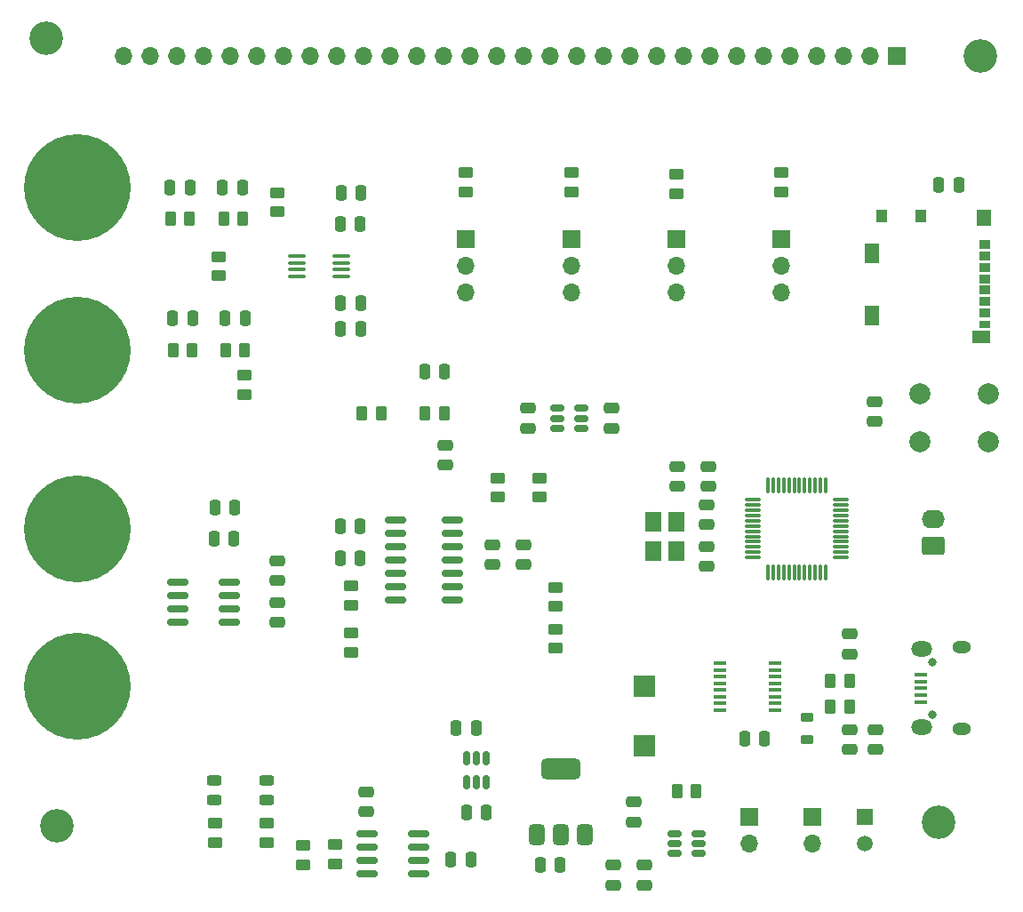
<source format=gts>
G04 #@! TF.GenerationSoftware,KiCad,Pcbnew,8.0.1-rc1*
G04 #@! TF.CreationDate,2024-05-12T14:13:22-04:00*
G04 #@! TF.ProjectId,STM32_Play_Board,53544d33-325f-4506-9c61-795f426f6172,rev?*
G04 #@! TF.SameCoordinates,Original*
G04 #@! TF.FileFunction,Soldermask,Top*
G04 #@! TF.FilePolarity,Negative*
%FSLAX46Y46*%
G04 Gerber Fmt 4.6, Leading zero omitted, Abs format (unit mm)*
G04 Created by KiCad (PCBNEW 8.0.1-rc1) date 2024-05-12 14:13:22*
%MOMM*%
%LPD*%
G01*
G04 APERTURE LIST*
G04 Aperture macros list*
%AMRoundRect*
0 Rectangle with rounded corners*
0 $1 Rounding radius*
0 $2 $3 $4 $5 $6 $7 $8 $9 X,Y pos of 4 corners*
0 Add a 4 corners polygon primitive as box body*
4,1,4,$2,$3,$4,$5,$6,$7,$8,$9,$2,$3,0*
0 Add four circle primitives for the rounded corners*
1,1,$1+$1,$2,$3*
1,1,$1+$1,$4,$5*
1,1,$1+$1,$6,$7*
1,1,$1+$1,$8,$9*
0 Add four rect primitives between the rounded corners*
20,1,$1+$1,$2,$3,$4,$5,0*
20,1,$1+$1,$4,$5,$6,$7,0*
20,1,$1+$1,$6,$7,$8,$9,0*
20,1,$1+$1,$8,$9,$2,$3,0*%
G04 Aperture macros list end*
%ADD10R,1.700000X1.700000*%
%ADD11O,1.700000X1.700000*%
%ADD12RoundRect,0.250000X-0.450000X0.262500X-0.450000X-0.262500X0.450000X-0.262500X0.450000X0.262500X0*%
%ADD13RoundRect,0.150000X-0.825000X-0.150000X0.825000X-0.150000X0.825000X0.150000X-0.825000X0.150000X0*%
%ADD14R,2.000000X2.000000*%
%ADD15RoundRect,0.250000X-0.250000X-0.475000X0.250000X-0.475000X0.250000X0.475000X-0.250000X0.475000X0*%
%ADD16RoundRect,0.250000X0.450000X-0.262500X0.450000X0.262500X-0.450000X0.262500X-0.450000X-0.262500X0*%
%ADD17RoundRect,0.250000X0.475000X-0.250000X0.475000X0.250000X-0.475000X0.250000X-0.475000X-0.250000X0*%
%ADD18RoundRect,0.243750X0.456250X-0.243750X0.456250X0.243750X-0.456250X0.243750X-0.456250X-0.243750X0*%
%ADD19RoundRect,0.150000X0.512500X0.150000X-0.512500X0.150000X-0.512500X-0.150000X0.512500X-0.150000X0*%
%ADD20R,1.200000X0.400000*%
%ADD21RoundRect,0.250000X-0.475000X0.250000X-0.475000X-0.250000X0.475000X-0.250000X0.475000X0.250000X0*%
%ADD22RoundRect,0.250000X0.250000X0.475000X-0.250000X0.475000X-0.250000X-0.475000X0.250000X-0.475000X0*%
%ADD23R,1.100000X0.850000*%
%ADD24R,1.100000X0.750000*%
%ADD25R,1.000000X1.200000*%
%ADD26R,1.350000X1.550000*%
%ADD27R,1.350000X1.900000*%
%ADD28R,1.800000X1.170000*%
%ADD29RoundRect,0.250000X-0.262500X-0.450000X0.262500X-0.450000X0.262500X0.450000X-0.262500X0.450000X0*%
%ADD30O,0.800000X0.800000*%
%ADD31R,1.300000X0.450000*%
%ADD32O,1.800000X1.150000*%
%ADD33O,2.000000X1.450000*%
%ADD34C,1.500000*%
%ADD35RoundRect,0.150000X0.150000X-0.512500X0.150000X0.512500X-0.150000X0.512500X-0.150000X-0.512500X0*%
%ADD36RoundRect,0.250000X0.845000X-0.620000X0.845000X0.620000X-0.845000X0.620000X-0.845000X-0.620000X0*%
%ADD37O,2.190000X1.740000*%
%ADD38RoundRect,0.250000X0.262500X0.450000X-0.262500X0.450000X-0.262500X-0.450000X0.262500X-0.450000X0*%
%ADD39RoundRect,0.100000X-0.712500X-0.100000X0.712500X-0.100000X0.712500X0.100000X-0.712500X0.100000X0*%
%ADD40RoundRect,0.375000X0.375000X-0.625000X0.375000X0.625000X-0.375000X0.625000X-0.375000X-0.625000X0*%
%ADD41RoundRect,0.500000X1.400000X-0.500000X1.400000X0.500000X-1.400000X0.500000X-1.400000X-0.500000X0*%
%ADD42C,3.200000*%
%ADD43C,2.000000*%
%ADD44RoundRect,0.218750X-0.381250X0.218750X-0.381250X-0.218750X0.381250X-0.218750X0.381250X0.218750X0*%
%ADD45RoundRect,0.075000X-0.662500X-0.075000X0.662500X-0.075000X0.662500X0.075000X-0.662500X0.075000X0*%
%ADD46RoundRect,0.075000X-0.075000X-0.662500X0.075000X-0.662500X0.075000X0.662500X-0.075000X0.662500X0*%
%ADD47R,1.650000X1.950000*%
%ADD48C,10.160000*%
%ADD49R,1.500000X1.500000*%
G04 APERTURE END LIST*
D10*
G04 #@! TO.C,J12*
X130000000Y-67460000D03*
D11*
X130000000Y-70000000D03*
X130000000Y-72540000D03*
G04 #@! TD*
D12*
G04 #@! TO.C,R8*
X150000000Y-61287500D03*
X150000000Y-63112500D03*
G04 #@! TD*
D13*
G04 #@! TO.C,U8*
X102525000Y-100095000D03*
X102525000Y-101365000D03*
X102525000Y-102635000D03*
X102525000Y-103905000D03*
X107475000Y-103905000D03*
X107475000Y-102635000D03*
X107475000Y-101365000D03*
X107475000Y-100095000D03*
G04 #@! TD*
D14*
G04 #@! TO.C,TP2*
X147000000Y-115650000D03*
G04 #@! TD*
D15*
G04 #@! TO.C,C23*
X106775000Y-62500000D03*
X108675000Y-62500000D03*
G04 #@! TD*
G04 #@! TO.C,C32*
X118000000Y-97800000D03*
X119900000Y-97800000D03*
G04 #@! TD*
D16*
G04 #@! TO.C,R4*
X111000000Y-124912500D03*
X111000000Y-123087500D03*
G04 #@! TD*
D12*
G04 #@! TO.C,R19*
X106400000Y-69087500D03*
X106400000Y-70912500D03*
G04 #@! TD*
G04 #@! TO.C,R5*
X140000000Y-61087500D03*
X140000000Y-62912500D03*
G04 #@! TD*
D17*
G04 #@! TO.C,C35*
X112000000Y-103950000D03*
X112000000Y-102050000D03*
G04 #@! TD*
D18*
G04 #@! TO.C,D1*
X106000000Y-120875000D03*
X106000000Y-119000000D03*
G04 #@! TD*
D19*
G04 #@! TO.C,U3*
X141000000Y-85450000D03*
X141000000Y-84500000D03*
X141000000Y-83550000D03*
X138725000Y-83550000D03*
X138725000Y-84500000D03*
X138725000Y-85450000D03*
G04 #@! TD*
D17*
G04 #@! TO.C,C9*
X152900000Y-94600000D03*
X152900000Y-92700000D03*
G04 #@! TD*
D20*
G04 #@! TO.C,U1*
X154200000Y-107842500D03*
X154200000Y-108477500D03*
X154200000Y-109112500D03*
X154200000Y-109747500D03*
X154200000Y-110382500D03*
X154200000Y-111017500D03*
X154200000Y-111652500D03*
X154200000Y-112287500D03*
X159400000Y-112287500D03*
X159400000Y-111652500D03*
X159400000Y-111017500D03*
X159400000Y-110382500D03*
X159400000Y-109747500D03*
X159400000Y-109112500D03*
X159400000Y-108477500D03*
X159400000Y-107842500D03*
G04 #@! TD*
D21*
G04 #@! TO.C,C18*
X120500000Y-120050000D03*
X120500000Y-121950000D03*
G04 #@! TD*
D22*
G04 #@! TO.C,C2*
X158450000Y-115000000D03*
X156550000Y-115000000D03*
G04 #@! TD*
D23*
G04 #@! TO.C,J2*
X179450000Y-67895000D03*
X179450000Y-68995000D03*
X179450000Y-70095000D03*
X179450000Y-71195000D03*
X179450000Y-72295000D03*
X179450000Y-73395000D03*
X179450000Y-74495000D03*
D24*
X179450000Y-75545000D03*
D25*
X173300000Y-65260000D03*
X169600000Y-65260000D03*
D26*
X179325000Y-65435000D03*
D27*
X168625000Y-68760000D03*
X168625000Y-74730000D03*
D28*
X179100000Y-76755000D03*
G04 #@! TD*
D15*
G04 #@! TO.C,C19*
X126050000Y-80000000D03*
X127950000Y-80000000D03*
G04 #@! TD*
D17*
G04 #@! TO.C,C10*
X143862500Y-85450000D03*
X143862500Y-83550000D03*
G04 #@! TD*
D16*
G04 #@! TO.C,R21*
X138500000Y-102412500D03*
X138500000Y-100587500D03*
G04 #@! TD*
D15*
G04 #@! TO.C,C24*
X102050000Y-75000000D03*
X103950000Y-75000000D03*
G04 #@! TD*
D17*
G04 #@! TO.C,C8*
X135862500Y-85450000D03*
X135862500Y-83550000D03*
G04 #@! TD*
D29*
G04 #@! TO.C,R11*
X101812500Y-65500000D03*
X103637500Y-65500000D03*
G04 #@! TD*
D15*
G04 #@! TO.C,C33*
X106000000Y-96000000D03*
X107900000Y-96000000D03*
G04 #@! TD*
D13*
G04 #@! TO.C,U7*
X120525000Y-124095000D03*
X120525000Y-125365000D03*
X120525000Y-126635000D03*
X120525000Y-127905000D03*
X125475000Y-127905000D03*
X125475000Y-126635000D03*
X125475000Y-125365000D03*
X125475000Y-124095000D03*
G04 #@! TD*
D16*
G04 #@! TO.C,R26*
X119000000Y-106800000D03*
X119000000Y-104975000D03*
G04 #@! TD*
D30*
G04 #@! TO.C,J1*
X174445000Y-112705000D03*
X174445000Y-107705000D03*
D31*
X173345000Y-111505000D03*
X173345000Y-110855000D03*
X173345000Y-110205000D03*
X173345000Y-109555000D03*
X173345000Y-108905000D03*
D32*
X177195000Y-114080000D03*
D33*
X173395000Y-113930000D03*
X173395000Y-106480000D03*
D32*
X177195000Y-106330000D03*
G04 #@! TD*
D15*
G04 #@! TO.C,C31*
X118000000Y-94790000D03*
X119900000Y-94790000D03*
G04 #@! TD*
D34*
G04 #@! TO.C,J5*
X168000000Y-125000000D03*
G04 #@! TD*
D29*
G04 #@! TO.C,R14*
X126087500Y-84000000D03*
X127912500Y-84000000D03*
G04 #@! TD*
D22*
G04 #@! TO.C,C26*
X119900000Y-66000000D03*
X118000000Y-66000000D03*
G04 #@! TD*
D17*
G04 #@! TO.C,C3*
X166500000Y-106950000D03*
X166500000Y-105050000D03*
G04 #@! TD*
D10*
G04 #@! TO.C,J13*
X150000000Y-67460000D03*
D11*
X150000000Y-70000000D03*
X150000000Y-72540000D03*
G04 #@! TD*
D12*
G04 #@! TO.C,R24*
X137000000Y-90175000D03*
X137000000Y-92000000D03*
G04 #@! TD*
G04 #@! TO.C,R10*
X114500000Y-125175000D03*
X114500000Y-127000000D03*
G04 #@! TD*
D35*
G04 #@! TO.C,U2*
X130050000Y-119137500D03*
X131000000Y-119137500D03*
X131950000Y-119137500D03*
X131950000Y-116862500D03*
X131000000Y-116862500D03*
X130050000Y-116862500D03*
G04 #@! TD*
D36*
G04 #@! TO.C,J3*
X174500000Y-96600000D03*
D37*
X174500000Y-94060000D03*
G04 #@! TD*
D38*
G04 #@! TO.C,R2*
X166500000Y-112000000D03*
X164675000Y-112000000D03*
G04 #@! TD*
D12*
G04 #@! TO.C,R17*
X108900000Y-80387500D03*
X108900000Y-82212500D03*
G04 #@! TD*
D39*
G04 #@! TO.C,U10*
X113887500Y-69025000D03*
X113887500Y-69675000D03*
X113887500Y-70325000D03*
X113887500Y-70975000D03*
X118112500Y-70975000D03*
X118112500Y-70325000D03*
X118112500Y-69675000D03*
X118112500Y-69025000D03*
G04 #@! TD*
D40*
G04 #@! TO.C,U6*
X136700000Y-124150000D03*
X139000000Y-124150000D03*
D41*
X139000000Y-117850000D03*
D40*
X141300000Y-124150000D03*
G04 #@! TD*
D17*
G04 #@! TO.C,C29*
X132500000Y-98450000D03*
X132500000Y-96550000D03*
G04 #@! TD*
D21*
G04 #@! TO.C,C4*
X166500000Y-114150000D03*
X166500000Y-116050000D03*
G04 #@! TD*
D15*
G04 #@! TO.C,C27*
X118050000Y-76000000D03*
X119950000Y-76000000D03*
G04 #@! TD*
G04 #@! TO.C,C34*
X106050000Y-93000000D03*
X107950000Y-93000000D03*
G04 #@! TD*
D22*
G04 #@! TO.C,C6*
X138950000Y-127000000D03*
X137050000Y-127000000D03*
G04 #@! TD*
D42*
G04 #@! TO.C,H1*
X90000000Y-48300000D03*
G04 #@! TD*
D21*
G04 #@! TO.C,C37*
X147000000Y-127050000D03*
X147000000Y-128950000D03*
G04 #@! TD*
D22*
G04 #@! TO.C,C15*
X130950000Y-114000000D03*
X129050000Y-114000000D03*
G04 #@! TD*
D16*
G04 #@! TO.C,R3*
X106090000Y-124912500D03*
X106090000Y-123087500D03*
G04 #@! TD*
D21*
G04 #@! TO.C,C1*
X169000000Y-114150000D03*
X169000000Y-116050000D03*
G04 #@! TD*
D38*
G04 #@! TO.C,R1*
X166500000Y-109500000D03*
X164675000Y-109500000D03*
G04 #@! TD*
D15*
G04 #@! TO.C,C5*
X175037500Y-62300000D03*
X176937500Y-62300000D03*
G04 #@! TD*
D21*
G04 #@! TO.C,C13*
X150100000Y-89100000D03*
X150100000Y-91000000D03*
G04 #@! TD*
D10*
G04 #@! TO.C,J14*
X140000000Y-67460000D03*
D11*
X140000000Y-70000000D03*
X140000000Y-72540000D03*
G04 #@! TD*
D17*
G04 #@! TO.C,C7*
X146000000Y-122950000D03*
X146000000Y-121050000D03*
G04 #@! TD*
D16*
G04 #@! TO.C,R22*
X138500000Y-106412500D03*
X138500000Y-104587500D03*
G04 #@! TD*
G04 #@! TO.C,R25*
X119000000Y-102300000D03*
X119000000Y-100475000D03*
G04 #@! TD*
D12*
G04 #@! TO.C,R6*
X130000000Y-61087500D03*
X130000000Y-62912500D03*
G04 #@! TD*
D10*
G04 #@! TO.C,J11*
X160000000Y-67460000D03*
D11*
X160000000Y-70000000D03*
X160000000Y-72540000D03*
G04 #@! TD*
D18*
G04 #@! TO.C,D2*
X111000000Y-120875000D03*
X111000000Y-119000000D03*
G04 #@! TD*
D43*
G04 #@! TO.C,SW2*
X173250000Y-82200000D03*
X179750000Y-82200000D03*
X173250000Y-86700000D03*
X179750000Y-86700000D03*
G04 #@! TD*
D19*
G04 #@! TO.C,U11*
X152137500Y-125950000D03*
X152137500Y-125000000D03*
X152137500Y-124050000D03*
X149862500Y-124050000D03*
X149862500Y-125000000D03*
X149862500Y-125950000D03*
G04 #@! TD*
D13*
G04 #@! TO.C,U12*
X123300000Y-94190000D03*
X123300000Y-95460000D03*
X123300000Y-96730000D03*
X123300000Y-98000000D03*
X123300000Y-99270000D03*
X123300000Y-100540000D03*
X123300000Y-101810000D03*
X128700000Y-101810000D03*
X128700000Y-100540000D03*
X128700000Y-99270000D03*
X128700000Y-98000000D03*
X128700000Y-96730000D03*
X128700000Y-95460000D03*
X128700000Y-94190000D03*
G04 #@! TD*
D10*
G04 #@! TO.C,J10*
X171000000Y-50000000D03*
D11*
X168460000Y-50000000D03*
X165920000Y-50000000D03*
X163380000Y-50000000D03*
X160840000Y-50000000D03*
X158300000Y-50000000D03*
X155760000Y-50000000D03*
X153220000Y-50000000D03*
X150680000Y-50000000D03*
X148140000Y-50000000D03*
X145600000Y-50000000D03*
X143060000Y-50000000D03*
X140520000Y-50000000D03*
X137980000Y-50000000D03*
X135440000Y-50000000D03*
X132900000Y-50000000D03*
X130360000Y-50000000D03*
X127820000Y-50000000D03*
X125280000Y-50000000D03*
X122740000Y-50000000D03*
X120200000Y-50000000D03*
X117660000Y-50000000D03*
X115120000Y-50000000D03*
X112580000Y-50000000D03*
X110040000Y-50000000D03*
X107500000Y-50000000D03*
X104960000Y-50000000D03*
X102420000Y-50000000D03*
X99880000Y-50000000D03*
X97340000Y-50000000D03*
G04 #@! TD*
D44*
G04 #@! TO.C,FB1*
X162500000Y-112937500D03*
X162500000Y-115062500D03*
G04 #@! TD*
D45*
G04 #@! TO.C,U4*
X157337500Y-92250000D03*
X157337500Y-92750000D03*
X157337500Y-93250000D03*
X157337500Y-93750000D03*
X157337500Y-94250000D03*
X157337500Y-94750000D03*
X157337500Y-95250000D03*
X157337500Y-95750000D03*
X157337500Y-96250000D03*
X157337500Y-96750000D03*
X157337500Y-97250000D03*
X157337500Y-97750000D03*
D46*
X158750000Y-99162500D03*
X159250000Y-99162500D03*
X159750000Y-99162500D03*
X160250000Y-99162500D03*
X160750000Y-99162500D03*
X161250000Y-99162500D03*
X161750000Y-99162500D03*
X162250000Y-99162500D03*
X162750000Y-99162500D03*
X163250000Y-99162500D03*
X163750000Y-99162500D03*
X164250000Y-99162500D03*
D45*
X165662500Y-97750000D03*
X165662500Y-97250000D03*
X165662500Y-96750000D03*
X165662500Y-96250000D03*
X165662500Y-95750000D03*
X165662500Y-95250000D03*
X165662500Y-94750000D03*
X165662500Y-94250000D03*
X165662500Y-93750000D03*
X165662500Y-93250000D03*
X165662500Y-92750000D03*
X165662500Y-92250000D03*
D46*
X164250000Y-90837500D03*
X163750000Y-90837500D03*
X163250000Y-90837500D03*
X162750000Y-90837500D03*
X162250000Y-90837500D03*
X161750000Y-90837500D03*
X161250000Y-90837500D03*
X160750000Y-90837500D03*
X160250000Y-90837500D03*
X159750000Y-90837500D03*
X159250000Y-90837500D03*
X158750000Y-90837500D03*
G04 #@! TD*
D29*
G04 #@! TO.C,R12*
X106900000Y-65500000D03*
X108725000Y-65500000D03*
G04 #@! TD*
D10*
G04 #@! TO.C,JP1*
X157000000Y-122460000D03*
D11*
X157000000Y-125000000D03*
G04 #@! TD*
D12*
G04 #@! TO.C,R18*
X112000000Y-63000000D03*
X112000000Y-64825000D03*
G04 #@! TD*
D17*
G04 #@! TO.C,C20*
X128000000Y-88950000D03*
X128000000Y-87050000D03*
G04 #@! TD*
D21*
G04 #@! TO.C,C38*
X144000000Y-127050000D03*
X144000000Y-128950000D03*
G04 #@! TD*
D47*
G04 #@! TO.C,Y2*
X147800000Y-94375000D03*
X147800000Y-97125000D03*
X150000000Y-97125000D03*
X150000000Y-94375000D03*
G04 #@! TD*
D29*
G04 #@! TO.C,R15*
X102087500Y-78000000D03*
X103912500Y-78000000D03*
G04 #@! TD*
D17*
G04 #@! TO.C,C30*
X135500000Y-98450000D03*
X135500000Y-96550000D03*
G04 #@! TD*
D42*
G04 #@! TO.C,H4*
X91000000Y-123300000D03*
G04 #@! TD*
D48*
G04 #@! TO.C,J4*
X93000000Y-62500000D03*
G04 #@! TD*
G04 #@! TO.C,J8*
X93000000Y-110000000D03*
G04 #@! TD*
D21*
G04 #@! TO.C,C12*
X168900000Y-82900000D03*
X168900000Y-84800000D03*
G04 #@! TD*
D42*
G04 #@! TO.C,H3*
X175000000Y-123000000D03*
G04 #@! TD*
D48*
G04 #@! TO.C,J7*
X93000000Y-78000000D03*
G04 #@! TD*
D15*
G04 #@! TO.C,C28*
X118050000Y-73500000D03*
X119950000Y-73500000D03*
G04 #@! TD*
G04 #@! TO.C,C21*
X101775000Y-62500000D03*
X103675000Y-62500000D03*
G04 #@! TD*
D14*
G04 #@! TO.C,TP1*
X147000000Y-110000000D03*
G04 #@! TD*
D16*
G04 #@! TO.C,R23*
X133000000Y-92000000D03*
X133000000Y-90175000D03*
G04 #@! TD*
D15*
G04 #@! TO.C,C16*
X128550000Y-126500000D03*
X130450000Y-126500000D03*
G04 #@! TD*
D22*
G04 #@! TO.C,C17*
X131950000Y-122000000D03*
X130050000Y-122000000D03*
G04 #@! TD*
D29*
G04 #@! TO.C,R13*
X120087500Y-84000000D03*
X121912500Y-84000000D03*
G04 #@! TD*
D38*
G04 #@! TO.C,R20*
X151912500Y-120000000D03*
X150087500Y-120000000D03*
G04 #@! TD*
D10*
G04 #@! TO.C,JP2*
X163000000Y-122460000D03*
D11*
X163000000Y-125000000D03*
G04 #@! TD*
D12*
G04 #@! TO.C,R7*
X160000000Y-61087500D03*
X160000000Y-62912500D03*
G04 #@! TD*
D29*
G04 #@! TO.C,R16*
X107087500Y-78000000D03*
X108912500Y-78000000D03*
G04 #@! TD*
D21*
G04 #@! TO.C,C11*
X152900000Y-96700000D03*
X152900000Y-98600000D03*
G04 #@! TD*
D22*
G04 #@! TO.C,C22*
X120000000Y-63000000D03*
X118100000Y-63000000D03*
G04 #@! TD*
D16*
G04 #@! TO.C,R9*
X117500000Y-126912500D03*
X117500000Y-125087500D03*
G04 #@! TD*
D21*
G04 #@! TO.C,C14*
X153100000Y-89100000D03*
X153100000Y-91000000D03*
G04 #@! TD*
D42*
G04 #@! TO.C,H2*
X179000000Y-50000000D03*
G04 #@! TD*
D49*
G04 #@! TO.C,J6*
X168000000Y-122460000D03*
G04 #@! TD*
D15*
G04 #@! TO.C,C25*
X107050000Y-75000000D03*
X108950000Y-75000000D03*
G04 #@! TD*
D48*
G04 #@! TO.C,J9*
X93000000Y-95000000D03*
G04 #@! TD*
D21*
G04 #@! TO.C,C36*
X112000000Y-98050000D03*
X112000000Y-99950000D03*
G04 #@! TD*
M02*

</source>
